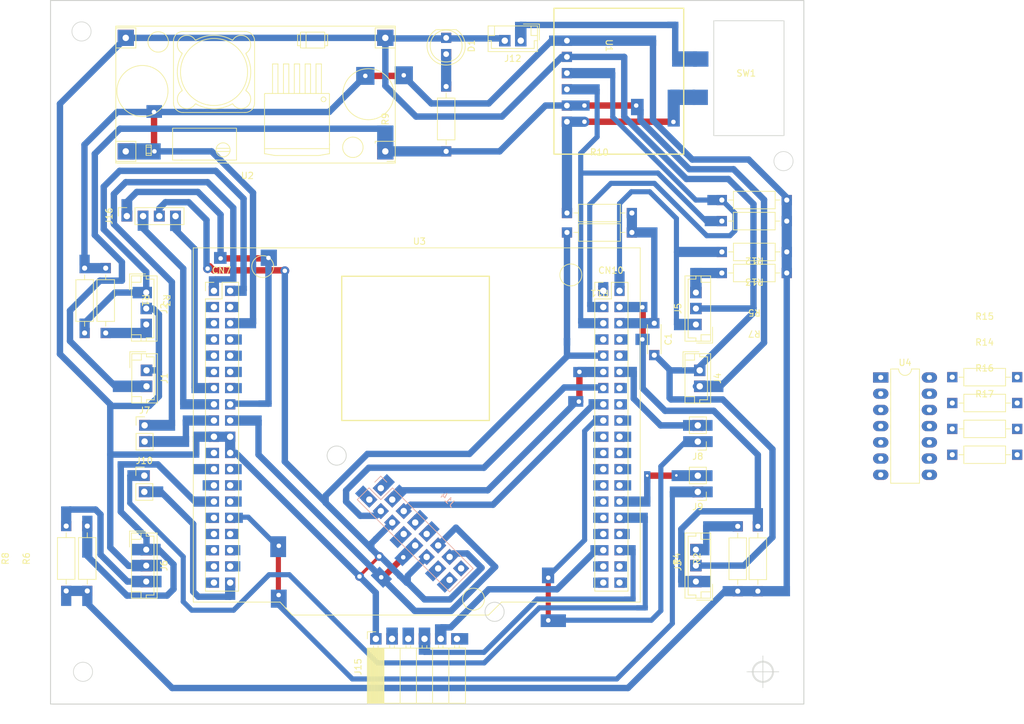
<source format=kicad_pcb>
(kicad_pcb (version 20211014) (generator pcbnew)
  (layers (0 "F.Cu" signal) (31 "B.Cu" signal) (34 "B.Paste" user) (35 "F.Paste" user) (36 "B.SilkS" user "B.Silkscreen") (37 "F.SilkS" user "F.Silkscreen") (38 "B.Mask" user) (39 "F.Mask" user) (44 "Edge.Cuts" user))
  (net 0 "")
  (net 1 "Vbat")
  (net 2 "GND")
  (net 3 "Net-(D1-Pad2)")
  (net 4 "+12V")
  (net 5 "MOTOR1_ENCODER")
  (net 6 "MOTOR3_ENCODER")
  (net 7 "MOTOR2_ENCODER")
  (net 8 "MOTOR4_ENCODER")
  (net 9 "MOTOR1_PWMN")
  (net 10 "MOTOR1_PWM")
  (net 11 "MOTOR2_PWMN")
  (net 12 "MOTOR2_PWM")
  (net 13 "MOTOR3_PWMN")
  (net 14 "MOTOR3_PWM")
  (net 15 "MOTOR4_PWMN")
  (net 16 "MOTOR4_PWM")
  (net 17 "+5V")
  (net 18 "Net-(J12-Pad1)")
  (net 19 "I2C_SDA")
  (net 20 "SPI_MISO")
  (net 21 "SPI_MOSI")
  (net 22 "SPI_SCLK")
  (net 33 "UART_TX")
  (net 34 "UART_RX")
  (net 36 "Net-(R10-Pad1)")
  (net 37 "I2C_SCL")
  (net 38 "SWDIO")
  (net 39 "SWCLK")
  (net 63 "+3V3")
  (net 87 "Net-(J6-Pad3)")
  (net 88 "Net-(J2-Pad3)")
  (net 90 "Net-(J3-Pad3)")
  (net 91 "Net-(J5-Pad3)")
  (net 92 "Net-(J2-Pad1)")
  (net 93 "Net-(J3-Pad1)")
  (net 94 "Net-(J5-Pad1)")
  (net 95 "Net-(J6-Pad1)")
  (net 96 "Net-(R14-Pad1)")
  (net 97 "Net-(R15-Pad1)")
  (net 98 "Net-(R16-Pad1)")
  (net 99 "Net-(R17-Pad1)")
  (footprint "Connector_PinSocket_2.54mm:PinSocket_1x04_P2.54mm_Vertical" (layer "F.Cu") (at 185.22581 147.041 90)
    (fp_text reference "J16")
    (fp_text value "Conector_Programador")
  )
  (footprint "Connector_PinHeader_2.54mm:PinHeader_1x02_P2.54mm_Vertical" (layer "F.Cu") (at 187.96 187.701)
    (fp_text reference "J10")
    (fp_text value "Conector_Motor4")
  )
  (footprint "CustomLib:Nucleo_F303RE" (layer "F.Cu") (at 198.678 158.75)
    (fp_text reference "U3")
    (fp_text value "Nucleo_F303RE")
  )
  (footprint "CustomLib:R_Axial_Custom" (layer "F.Cu") (at 314.46 172.28)
    (fp_text reference "R15")
    (fp_text value "1k")
  )
  (footprint "CustomLib:R_Axial_Custom" (layer "F.Cu") (at 264.29701 149.606 180)
    (fp_text reference "R11")
    (fp_text value "R")
  )
  (footprint "LED_THT:LED_D5.0mm" (layer "F.Cu") (at 235.218 119.12 -90)
    (fp_text reference "D1")
    (fp_text value "LED")
  )
  (footprint "CustomLib:R_Axial_Custom" (layer "F.Cu") (at 288.544 144.526 180)
    (fp_text reference "R12")
    (fp_text value "4K7")
  )
  (footprint "Connector_PinHeader_2.54mm:PinHeader_1x02_P2.54mm_Vertical" (layer "F.Cu") (at 274.62 190.256 180)
    (fp_text reference "J9")
    (fp_text value "Conector_Motor3")
  )
  (footprint "Capacitor_THT:C_Disc_D4.3mm_W1.9mm_P5.00mm" (layer "F.Cu") (at 267.80581 163.83 -90)
    (fp_text reference "C1")
    (fp_text value "100n")
  )
  (footprint "CustomLib:SW_SPST" (layer "F.Cu") (at 277.116 116.4338)
    (fp_text reference "SW1")
    (fp_text value "SW_SPST")
    (fp_rect (start 0 0) (end 11 18) (layer "Edge.Cuts") (width 0.12) (fill none))
  )
  (footprint "CustomLib:R_Axial_Custom" (layer "F.Cu") (at 314.46 176.33)
    (fp_text reference "R14")
    (fp_text value "1k")
  )
  (footprint "Package_DIP:DIP-14_W7.62mm_LongPads" (layer "F.Cu") (at 303.26 172.33)
    (fp_text reference "U4")
    (fp_text value "40106")
  )
  (footprint "CustomLib:R_Axial_Custom" (layer "F.Cu") (at 314.46 184.43)
    (fp_text reference "R17")
    (fp_text value "1k")
  )
  (footprint "Connector_JST:JST_EH_B2B-EH-A_1x02_P2.50mm_Vertical" (layer "F.Cu") (at 274.92 171.21 -90)
    (fp_text reference "J4")
    (fp_text value "Conector_Alim_PuenteH2")
  )
  (footprint "Connector_JST:JST_EH_B3B-EH-A_1x03_P2.50mm_Vertical" (layer "F.Cu") (at 188.26 199.3 -90)
    (fp_text reference "J6")
    (fp_text value "Conector_Encoder4")
  )
  (footprint "Connector_PinHeader_2.54mm:PinHeader_1x02_P2.54mm_Vertical" (layer "F.Cu") (at 274.62 182.377 180)
    (fp_text reference "J8")
    (fp_text value "Conector_Motor2")
  )
  (footprint "CustomLib:R_Axial_Custom" (layer "F.Cu") (at 288.55 152.654 180)
    (fp_text reference "R5")
    (fp_text value "10k")
  )
  (footprint "CustomLib:R_Axial_Custom" (layer "F.Cu") (at 288.544 155.956 180)
    (fp_text reference "R7")
    (fp_text value "220")
  )
  (footprint "CustomLib:R_Axial_Custom" (layer "F.Cu") (at 181.91381 155.194 -90)
    (fp_text reference "R3")
    (fp_text value "220")
  )
  (footprint "CustomLib:R_Axial_Custom" (layer "F.Cu") (at 314.46 180.38)
    (fp_text reference "R16")
    (fp_text value "1k")
  )
  (footprint "CustomLib:R_Axial_Custom" (layer "F.Cu") (at 280.87221 205.807 90)
    (fp_text reference "R4")
    (fp_text value "220")
  )
  (footprint "CustomLib:R_Axial_Custom" (layer "F.Cu") (at 175.728905 205.767905 90)
    (fp_text reference "R8")
    (fp_text value "220")
  )
  (footprint "CustomLib:R_Axial_Custom" (layer "F.Cu") (at 178.61181 155.194 -90)
    (fp_text reference "R1")
    (fp_text value "10k")
  )
  (footprint "CustomLib:R_Axial_Custom" (layer "F.Cu") (at 254.13701 146.558)
    (fp_text reference "R10")
    (fp_text value "R")
  )
  (footprint "Connector_JST:JST_EH_B3B-EH-A_1x03_P2.50mm_Vertical" (layer "F.Cu") (at 274.32 204.3 90)
    (fp_text reference "J3")
    (fp_text value "Conector_Encoder3")
  )
  (footprint "CustomLib:R_Axial_Custom" (layer "F.Cu") (at 288.544 147.828 180)
    (fp_text reference "R13")
    (fp_text value "4K7")
  )
  (footprint "Connector_JST:JST_EH_B2B-EH-A_1x02_P2.50mm_Vertical" (layer "F.Cu") (at 188.306 171.211 -90)
    (fp_text reference "J1")
    (fp_text value "Conector_Alim_PuenteH1")
  )
  (footprint "Connector_JST:JST_EH_B2B-EH-A_1x02_P2.50mm_Vertical" (layer "F.Cu") (at 246.9 119.56 180)
    (fp_text reference "J12")
    (fp_text value "Conector_Baterias")
  )
  (footprint "CustomLib:INA219_Module" (layer "F.Cu") (at 254.127 119.56 -90)
    (fp_text reference "U1")
    (fp_text value "INA219_Module")
  )
  (footprint "Connector_JST:JST_EH_B3B-EH-A_1x03_P2.50mm_Vertical" (layer "F.Cu") (at 274.32 164.024 90)
    (fp_text reference "J5")
    (fp_text value "Conector_Encoder2")
  )
  (footprint "CustomLib:R_Axial_Custom" (layer "F.Cu") (at 235.218 136.9 90)
    (fp_text reference "R9")
    (fp_text value "860")
  )
  (footprint "Connector_PinSocket_2.54mm:PinSocket_1x06_P2.54mm_Horizontal" (layer "F.Cu") (at 224.206905 213.278 90)
    (fp_text reference "J15")
    (fp_text value "Conector_ConversorUSB")
  )
  (footprint "CustomLib:R_Axial_Custom" (layer "F.Cu") (at 284.02181 205.807 90)
    (fp_text reference "R2")
    (fp_text value "10k")
  )
  (footprint "Connector_PinHeader_2.54mm:PinHeader_1x02_P2.54mm_Vertical" (layer "F.Cu") (at 188.006 179.822)
    (fp_text reference "J7")
    (fp_text value "Conector_Motor1")
  )
  (footprint "CustomLib:DCDC_StepDown_LM2596" (layer "F.Cu") (at 225.693 136.9 180)
    (fp_text reference "U2")
    (fp_text value "LM2596_Module")
  )
  (footprint "CustomLib:R_Axial_Custom" (layer "F.Cu") (at 179.030905 205.767905 90)
    (fp_text reference "R6")
    (fp_text value "10k")
  )
  (footprint "Connector_JST:JST_EH_B3B-EH-A_1x03_P2.50mm_Vertical" (layer "F.Cu") (at 188.26 159.019 -90)
    (fp_text reference "J2")
    (fp_text value "Conector_Encoder1")
  )
  (footprint "CustomLib:Conector_IMU" (layer "B.Cu") (at 237.675655 202.14623 135)
    (fp_text reference "J14")
    (fp_text value "Conector_IMU")
    (fp_circle (center 26.2904 -1.4224) (end 27.7904 -1.4224) (layer "Edge.Cuts") (width 0.12) (fill none))
    (fp_circle (center -8.5 -1.25) (end -7 -1.25) (layer "Edge.Cuts") (width 0.12) (fill none))
  )
  (gr_poly (pts (xy 193.56 175.73) (xy 193.56 177.324279) (xy 198.35799 177.324279) (xy 198.35799 175.73)) (layer "B.Cu") (width 0) (fill solid))
  (gr_poly (pts (xy 225.85 212.75) (xy 227.654279 212.75) (xy 227.654279 211.50201) (xy 225.85 211.50201)) (layer "B.Cu") (width 0) (fill solid))
  (gr_poly (pts (xy 201.95201 193.515721) (xy 201.95201 195.11) (xy 203.39 195.11) (xy 203.39 193.515721)) (layer "B.Cu") (width 0) (fill solid))
  (gr_poly (pts (xy 188.77 198.39) (xy 188.77 200.194279) (xy 190.51799 200.194279) (xy 190.51799 198.39)) (layer "B.Cu") (width 0) (fill solid))
  (gr_poly (pts (xy 276.11 143.73) (xy 276.11 145.324279) (xy 277.94799 145.324279) (xy 277.94799 143.73)) (layer "B.Cu") (width 0) (fill solid))
  (gr_poly (pts (xy 262.88201 183.355721) (xy 262.88201 184.95) (xy 264.19 184.95) (xy 264.19 183.355721)) (layer "B.Cu") (width 0) (fill solid))
  (gr_poly (pts (xy 201.92 196.05) (xy 201.92 197.644279) (xy 202.75799 197.644279) (xy 202.75799 196.05)) (layer "B.Cu") (width 0) (fill solid))
  (gr_poly (pts (xy 254.57 123.845721) (xy 254.57 125.44) (xy 261.68799 125.44) (xy 261.68799 123.845721)) (layer "B.Cu") (width 0) (fill solid))
  (gr_poly (pts (xy 188.48 191.08799) (xy 190.924279 191.08799) (xy 190.924279 189.39) (xy 188.48 189.39)) (layer "B.Cu") (width 0) (fill solid))
  (gr_poly (pts (xy 197.49201 203.675721) (xy 197.49201 205.27) (xy 198.33 205.27) (xy 198.33 203.675721)) (layer "B.Cu") (width 0) (fill solid))
  (gr_poly (pts (xy 183.78 185.45) (xy 183.78 186.454279) (xy 186.58799 186.454279) (xy 186.58799 185.45)) (layer "B.Cu") (width 0) (fill solid))
  (gr_poly (pts (xy 191.995721 149.37799) (xy 193.7 149.37799) (xy 193.7 147.51) (xy 191.995721 147.51)) (layer "B.Cu") (width 0) (fill solid))
  (gr_poly (pts (xy 272.305721 180.68799) (xy 274.1 180.68799) (xy 274.1 178.99) (xy 272.305721 178.99)) (layer "B.Cu") (width 0) (fill solid))
  (gr_poly (pts (xy 283.22 195.35) (xy 284.824279 195.35) (xy 284.824279 192.79201) (xy 283.22 192.79201)) (layer "B.Cu") (width 0) (fill solid))
  (gr_poly (pts (xy 186 198.39) (xy 186 200.194279) (xy 187.74799 200.194279) (xy 187.74799 198.39)) (layer "B.Cu") (width 0) (fill solid))
  (gr_poly (pts (xy 255.89201 163.03) (xy 255.89201 164.624279) (xy 259.33 164.624279) (xy 259.33 163.03)) (layer "B.Cu") (width 0) (fill solid))
  (gr_poly (pts (xy 258.24201 180.815721) (xy 258.24201 182.41) (xy 259.31 182.41) (xy 259.31 180.815721)) (layer "B.Cu") (width 0) (fill solid))
  (gr_poly (pts (xy 197.478629 183.345721) (xy 197.478629 184.95) (xy 198.346619 184.95) (xy 198.346619 183.345721)) (layer "B.Cu") (width 0) (fill solid))
  (gr_poly (pts (xy 233.465721 212.74799) (xy 235.27 212.74799) (xy 235.27 210.99) (xy 233.465721 210.99)) (layer "B.Cu") (width 0) (fill solid))
  (gr_poly (pts (xy 251.33 118.745721) (xy 251.33 120.37) (xy 268.09799 120.37) (xy 268.09799 118.745721)) (layer "B.Cu") (width 0) (fill solid))
  (gr_poly (pts (xy 262.88201 178.275721) (xy 262.88201 179.87) (xy 264.19 179.87) (xy 264.19 178.275721)) (layer "B.Cu") (width 0) (fill solid))
  (gr_poly (pts (xy 258.24201 196.055721) (xy 258.24201 197.65) (xy 259.31 197.65) (xy 259.31 196.055721)) (layer "B.Cu") (width 0) (fill solid))
  (gr_poly (pts (xy 284.47 205.005721) (xy 284.47 206.61) (xy 289.05799 206.61) (xy 289.05799 205.005721)) (layer "B.Cu") (width 0) (fill solid))
  (gr_poly (pts (xy 254.59201 128.925721) (xy 254.59201 130.52) (xy 257.68 130.52) (xy 257.68 128.925721)) (layer "B.Cu") (width 0) (fill solid))
  (gr_poly (pts (xy 262.86201 175.735721) (xy 262.86201 177.33) (xy 263.53 177.33) (xy 263.53 175.735721)) (layer "B.Cu") (width 0) (fill solid))
  (gr_poly (pts (xy 262.87201 190.97) (xy 262.87201 192.564279) (xy 267.2 192.564279) (xy 267.2 190.97)) (layer "B.Cu") (width 0) (fill solid))
  (gr_poly (pts (xy 188.52 183.20799) (xy 194.984279 183.20799) (xy 194.984279 181.51) (xy 188.52 181.51)) (layer "B.Cu") (width 0) (fill solid))
  (gr_poly (pts (xy 258.22201 178.27) (xy 258.22201 179.864279) (xy 259.29 179.864279) (xy 259.29 178.27)) (layer "B.Cu") (width 0) (fill solid))
  (gr_poly (pts (xy 229.222258 198.515) (xy 227.101293 200.635965) (xy 228.372664 201.907336) (xy 230.493629 199.786371)) (layer "B.Cu") (width 0) (fill solid))
  (gr_poly (pts (xy 258.24201 203.675721) (xy 258.24201 205.27) (xy 259.31 205.27) (xy 259.31 203.675721)) (layer "B.Cu") (width 0) (fill solid))
  (gr_poly (pts (xy 197.54 160.49) (xy 197.54 162.084279) (xy 198.37799 162.084279) (xy 198.37799 160.49)) (layer "B.Cu") (width 0) (fill solid))
  (gr_poly (pts (xy 258.45 165.58) (xy 258.45 167.174279) (xy 259.28799 167.174279) (xy 259.28799 165.58)) (layer "B.Cu") (width 0) (fill solid))
  (gr_poly (pts (xy 197.47 170.64) (xy 197.47 172.234279) (xy 198.30799 172.234279) (xy 198.30799 170.64)) (layer "B.Cu") (width 0) (fill solid))
  (gr_poly (pts (xy 275.45 194.85) (xy 275.45 196.444279) (xy 280.40799 196.444279) (xy 280.40799 194.85)) (layer "B.Cu") (width 0) (fill solid))
  (gr_poly (pts (xy 277.984279 151.85201) (xy 271.31 151.85201) (xy 271.31 153.45) (xy 277.984279 153.45)) (layer "B.Cu") (width 0) (fill solid))
  (gr_poly (pts (xy 183.03 174.60799) (xy 187.864279 174.60799) (xy 187.864279 172.81) (xy 183.03 172.81)) (layer "B.Cu") (width 0) (fill solid))
  (gr_poly (pts (xy 275.155721 183.22799) (xy 276.95 183.22799) (xy 276.95 181.52) (xy 275.155721 181.52)) (layer "B.Cu") (width 0) (fill solid))
  (gr_poly (pts (xy 262.88201 188.435721) (xy 262.88201 190.03) (xy 264.19 190.03) (xy 264.19 188.435721)) (layer "B.Cu") (width 0) (fill solid))
  (gr_poly (pts (xy 270.515721 188.56799) (xy 274.09 188.56799) (xy 274.09 186.86) (xy 270.515721 186.86)) (layer "B.Cu") (width 0) (fill solid))
  (gr_poly (pts (xy 267.2 188.79) (xy 267.2 187.005721) (xy 266.20201 187.005721) (xy 266.20201 188.79)) (layer "B.Cu") (width 0) (fill solid))
  (gr_poly (pts (xy 200.595721 207.17) (xy 202.2 207.17) (xy 202.2 204.92201) (xy 200.595721 204.92201)) (layer "B.Cu") (width 0) (fill solid))
  (gr_poly (pts (xy 227.538629 196.618629) (xy 226.347664 197.809594) (xy 227.619035 199.080965) (xy 228.81 197.89)) (layer "B.Cu") (width 0) (fill solid))
  (gr_poly (pts (xy 270.59 121.225721) (xy 270.59 123.63) (xy 274.49799 123.63) (xy 274.49799 121.225721)) (layer "B.Cu") (width 0) (fill solid))
  (gr_poly (pts (xy 258.24201 193.515721) (xy 258.24201 195.11) (xy 259.31 195.11) (xy 259.31 193.515721)) (layer "B.Cu") (width 0) (fill solid))
  (gr_poly (pts (xy 188.54 180.66799) (xy 192.784279 180.66799) (xy 192.784279 178.97) (xy 188.54 178.97)) (layer "B.Cu") (width 0) (fill solid))
  (gr_poly (pts (xy 186.074279 144.38201) (xy 184.38 144.38201) (xy 184.38 146.62) (xy 186.074279 146.62)) (layer "B.Cu") (width 0) (fill solid))
  (gr_poly (pts (xy 262.90201 173.195721) (xy 262.90201 174.79) (xy 263.52 174.79) (xy 263.52 173.195721)) (layer "B.Cu") (width 0) (fill solid))
  (gr_poly (pts (xy 201.95201 165.58) (xy 201.95201 167.174279) (xy 203.23 167.174279) (xy 203.23 165.58)) (layer "B.Cu") (width 0) (fill solid))
  (gr_poly (pts (xy 275.135721 188.56799) (xy 276.93 188.56799) (xy 276.93 186.86) (xy 275.135721 186.86)) (layer "B.Cu") (width 0) (fill solid))
  (gr_poly (pts (xy 258.24201 185.895721) (xy 258.24201 187.49) (xy 259.31 187.49) (xy 259.31 185.895721)) (layer "B.Cu") (width 0) (fill solid))
  (gr_poly (pts (xy 224.41 132.845721) (xy 224.41 136.15) (xy 226.96799 136.15) (xy 226.96799 132.845721)) (layer "B.Cu") (width 0) (fill solid))
  (gr_poly (pts (xy 232.937258 194.81) (xy 231.991293 195.755965) (xy 233.262664 197.027336) (xy 234.208629 196.081371)) (layer "B.Cu") (width 0) (fill solid))
  (gr_poly (pts (xy 264.155721 131.23799) (xy 266.14 131.23799) (xy 266.14 128.67) (xy 264.155721 128.67)) (layer "B.Cu") (width 0) (fill solid))
  (gr_poly (pts (xy 225.928629 187.448629) (xy 224.737664 188.639594) (xy 226.009035 189.910965) (xy 227.2 188.72)) (layer "B.Cu") (width 0) (fill solid))
  (gr_poly (pts (xy 201.95201 173.2) (xy 201.95201 174.794279) (xy 203.23 174.794279) (xy 203.23 173.2)) (layer "B.Cu") (width 0) (fill solid))
  (gr_poly (pts (xy 201.92 157.95) (xy 201.92 159.544279) (xy 203.99799 159.544279) (xy 203.99799 157.95)) (layer "B.Cu") (width 0) (fill solid))
  (gr_poly (pts (xy 269.83201 116.59) (xy 269.83201 117.574279) (xy 271.58 117.574279) (xy 271.58 116.59)) (layer "B.Cu") (width 0) (fill solid))
  (gr_poly (pts (xy 258.24201 188.435721) (xy 258.24201 190.03) (xy 259.31 190.03) (xy 259.31 188.435721)) (layer "B.Cu") (width 0) (fill solid))
  (gr_poly (pts (xy 253.97799 211.43) (xy 253.97799 209.435721) (xy 250.02 209.435721) (xy 250.02 211.43)) (layer "B.Cu") (width 0) (fill solid))
  (gr_poly (pts (xy 271.55201 203.41) (xy 271.55201 205.204279) (xy 273.74 205.204279) (xy 273.74 203.41)) (layer "B.Cu") (width 0) (fill solid))
  (gr_poly (pts (xy 201.9 163.03) (xy 201.9 164.624279) (xy 205.46799 164.624279) (xy 205.46799 163.03)) (layer "B.Cu") (width 0) (fill solid))
  (gr_poly (pts (xy 230.925721 215.77) (xy 232.73 215.77) (xy 232.73 213.74201) (xy 230.925721 213.74201)) (layer "B.Cu") (width 0) (fill solid))
  (gr_poly (pts (xy 178.235721 208.13) (xy 179.84 208.13) (xy 179.84 206.43201) (xy 178.235721 206.43201)) (layer "B.Cu") (width 0) (fill solid))
  (gr_poly (pts (xy 197.54 163.03) (xy 197.54 164.624279) (xy 198.37799 164.624279) (xy 198.37799 163.03)) (layer "B.Cu") (width 0) (fill solid))
  (gr_poly (pts (xy 257.51201 175.72) (xy 257.51201 177.314279) (xy 259.31 177.314279) (xy 259.31 175.72)) (layer "B.Cu") (width 0) (fill solid))
  (gr_poly (pts (xy 201.94201 188.43) (xy 201.94201 190.024279) (xy 203.21 190.024279) (xy 203.21 188.43)) (layer "B.Cu") (width 0) (fill solid))
  (gr_poly (pts (xy 188.96 200.89) (xy 188.96 202.694279) (xy 190.70799 202.694279) (xy 190.70799 200.89)) (layer "B.Cu") (width 0) (fill solid))
  (gr_poly (pts (xy 195.58 185.885721) (xy 195.58 187.49) (xy 198.35799 187.49) (xy 198.35799 185.885721)) (layer "B.Cu") (width 0) (fill solid))
  (gr_poly (pts (xy 193.98 178.27) (xy 193.98 179.864279) (xy 198.35799 179.864279) (xy 198.35799 178.27)) (layer "B.Cu") (width 0) (fill solid))
  (gr_poly (pts (xy 227.147861 126.383995) (xy 230.01214 126.383995) (xy 230.01214 123.576005) (xy 227.147861 123.576005)) (layer "B.Cu") (width 0) (fill solid))
  (gr_poly (pts (xy 178.225721 200.55) (xy 179.83 200.55) (xy 179.83 196.04201) (xy 178.225721 196.04201)) (layer "B.Cu") (width 0) (fill solid))
  (gr_poly (pts (xy 262.91201 201.135721) (xy 262.91201 202.73) (xy 263.53 202.73) (xy 263.53 201.135721)) (layer "B.Cu") (width 0) (fill solid))
  (gr_poly (pts (xy 261.565721 158.25799) (xy 263.16 158.25799) (xy 263.16 155.7) (xy 261.565721 155.7)) (layer "B.Cu") (width 0) (fill solid))
  (gr_poly (pts (xy 273.81 164.924279) (xy 273.81 163.13) (xy 270.88201 163.13) (xy 270.88201 164.924279)) (layer "B.Cu") (width 0) (fill solid))
  (gr_poly (pts (xy 262.88 168.11) (xy 262.88 169.704279) (xy 263.71799 169.704279) (xy 263.71799 168.11)) (layer "B.Cu") (width 0) (fill solid))
  (gr_poly (pts (xy 262.86201 193.51) (xy 262.86201 195.104279) (xy 266.79 195.104279) (xy 266.79 193.51)) (layer "B.Cu") (width 0) (fill solid))
  (gr_poly (pts (xy 197.54 165.57) (xy 197.54 167.164279) (xy 198.37799 167.164279) (xy 198.37799 165.57)) (layer "B.Cu") (width 0) (fill solid))
  (gr_poly (pts (xy 197.49201 201.135721) (xy 197.49201 202.73) (xy 198.33 202.73) (xy 198.33 201.135721)) (layer "B.Cu") (width 0) (fill solid))
  (gr_poly (pts (xy 197.49201 193.515721) (xy 197.49201 195.11) (xy 198.33 195.11) (xy 198.33 193.515721)) (layer "B.Cu") (width 0) (fill solid))
  (gr_poly (pts (xy 274.84201 172.82) (xy 274.84201 174.614279) (xy 278.63 174.614279) (xy 278.63 172.82)) (layer "B.Cu") (width 0) (fill solid))
  (gr_poly (pts (xy 272.325721 183.23) (xy 274.12 183.23) (xy 274.12 181.52201) (xy 272.325721 181.52201)) (layer "B.Cu") (width 0) (fill solid))
  (gr_poly (pts (xy 273.425721 158.61799) (xy 275.22 158.61799) (xy 275.22 155.16) (xy 273.425721 155.16)) (layer "B.Cu") (width 0) (fill solid))
  (gr_poly (pts (xy 262.86201 160.49) (xy 262.86201 162.084279) (xy 266.73 162.084279) (xy 266.73 160.49)) (layer "B.Cu") (width 0) (fill solid))
  (gr_poly (pts (xy 190.524279 135.63201) (xy 185.66 135.63201) (xy 185.66 138.18) (xy 190.524279 138.18)) (layer "B.Cu") (width 0) (fill solid))
  (gr_poly (pts (xy 221.13 126.476795) (xy 223.994279 126.476795) (xy 223.994279 123.668805) (xy 221.13 123.668805)) (layer "B.Cu") (width 0) (fill solid))
  (gr_poly (pts (xy 206.18201 152.295721) (xy 206.18201 154.85) (xy 208.72 154.85) (xy 208.72 152.295721)) (layer "B.Cu") (width 0) (fill solid))
  (gr_poly (pts (xy 185.96 200.9) (xy 185.96 202.704279) (xy 187.70799 202.704279) (xy 187.70799 200.9)) (layer "B.Cu") (width 0) (fill solid))
  (gr_poly (pts (xy 195.59 190.965721) (xy 195.59 192.57) (xy 198.34799 192.57) (xy 198.34799 190.965721)) (layer "B.Cu") (width 0) (fill solid))
  (gr_poly (pts (xy 201.95201 170.66) (xy 201.95201 172.254279) (xy 203.23 172.254279) (xy 203.23 170.66)) (layer "B.Cu") (width 0) (fill solid))
  (gr_poly (pts (xy 174.925721 195.2) (xy 176.53 195.2) (xy 176.53 192.52201) (xy 174.925721 192.52201)) (layer "B.Cu") (width 0) (fill solid))
  (gr_rect (start 188.29 129.65) (end 190.73 131.65) (layer "B.Cu") (width 0) (fill solid))
  (gr_poly (pts (xy 195.568629 180.805721) (xy 195.568629 182.41) (xy 198.376619 182.41) (xy 198.376619 180.805721)) (layer "B.Cu") (width 0) (fill solid))
  (gr_poly (pts (xy 197.54 168.11) (xy 197.54 169.704279) (xy 198.37799 169.704279) (xy 198.37799 168.11)) (layer "B.Cu") (width 0) (fill solid))
  (gr_poly (pts (xy 245.995721 119.02) (xy 247.8 119.02) (xy 247.8 116.60201) (xy 245.995721 116.60201)) (layer "B.Cu") (width 0) (fill solid))
  (gr_poly (pts (xy 238.67799 214.184279) (xy 238.67799 212.38) (xy 237.43 212.38) (xy 237.43 214.184279)) (layer "B.Cu") (width 0) (fill solid))
  (gr_poly (pts (xy 201.92 201.12) (xy 201.92 202.714279) (xy 202.98799 202.714279) (xy 202.98799 201.12)) (layer "B.Cu") (width 0) (fill solid))
  (gr_poly (pts (xy 198.87201 152.665721) (xy 198.87201 154.52) (xy 200.84 154.52) (xy 200.84 152.665721)) (layer "B.Cu") (width 0) (fill solid))
  (gr_poly (pts (xy 197.49201 198.595721) (xy 197.49201 200.19) (xy 198.33 200.19) (xy 198.33 198.595721)) (layer "B.Cu") (width 0) (fill solid))
  (gr_poly (pts (xy 197.09 188.43) (xy 197.09 190.024279) (xy 198.20799 190.024279) (xy 198.20799 188.43)) (layer "B.Cu") (width 0) (fill solid))
  (gr_poly (pts (xy 224.790965 201.949035) (xy 223.4 203.34) (xy 225.356371 205.296371) (xy 226.747336 203.905406)) (layer "B.Cu") (width 0) (fill solid))
  (gr_poly (pts (xy 228.385721 212.75799) (xy 230.19 212.75799) (xy 230.19 211.51) (xy 228.385721 211.51)) (layer "B.Cu") (width 0) (fill solid))
  (gr_poly (pts (xy 223.411371 190.418629) (xy 222.220406 189.227664) (xy 220.949035 190.499035) (xy 222.14 191.69)) (layer "B.Cu") (width 0) (fill solid))
  (gr_poly (pts (xy 258.24201 190.975721) (xy 258.24201 192.57) (xy 259.31 192.57) (xy 259.31 190.975721)) (layer "B.Cu") (width 0) (fill solid))
  (gr_poly (pts (xy 201.94201 190.97) (xy 201.94201 192.564279) (xy 203.21 192.564279) (xy 203.21 190.97)) (layer "B.Cu") (width 0) (fill solid))
  (gr_poly (pts (xy 188.604279 147.47201) (xy 186.92 147.47201) (xy 186.92 149.34) (xy 188.604279 149.34)) (layer "B.Cu") (width 0) (fill solid))
  (gr_poly (pts (xy 207.68201 197.205721) (xy 207.68201 200.47) (xy 210.16 200.47) (xy 210.16 197.205721)) (layer "B.Cu") (width 0) (fill solid))
  (gr_poly (pts (xy 262.88 165.57) (xy 262.88 167.164279) (xy 263.71799 167.164279) (xy 263.71799 165.57)) (layer "B.Cu") (width 0) (fill solid))
  (gr_poly (pts (xy 201.94201 185.89) (xy 201.94201 187.484279) (xy 203.21 187.484279) (xy 203.21 185.89)) (layer "B.Cu") (width 0) (fill solid))
  (gr_poly (pts (xy 270.31 127.235721) (xy 270.31 129.63) (xy 274.19799 129.63) (xy 274.19799 127.235721)) (layer "B.Cu") (width 0) (fill solid))
  (gr_poly (pts (xy 264.85201 165.47) (xy 264.85201 167.234279) (xy 267.07 167.234279) (xy 267.07 165.47)) (layer "B.Cu") (width 0) (fill solid))
  (gr_poly (pts (xy 189.15799 166.154279) (xy 189.15799 164.55) (xy 182.37 164.55) (xy 182.37 166.154279)) (layer "B.Cu") (width 0) (fill solid))
  (gr_poly (pts (xy 257.80201 198.59) (xy 257.80201 200.184279) (xy 259.31 200.184279) (xy 259.31 198.59)) (layer "B.Cu") (width 0) (fill solid))
  (gr_poly (pts (xy 250.215721 204.57) (xy 252.13 204.57) (xy 252.13 202.10201) (xy 250.215721 202.10201)) (layer "B.Cu") (width 0) (fill solid))
  (gr_poly (pts (xy 187.744279 158.12201) (xy 186.14 158.12201) (xy 186.14 159.93) (xy 187.744279 159.93)) (layer "B.Cu") (width 0) (fill solid))
  (gr_poly (pts (xy 274.94 203.4) (xy 274.94 205.194279) (xy 276.68799 205.194279) (xy 276.68799 203.4)) (layer "B.Cu") (width 0) (fill solid))
  (gr_poly (pts (xy 227.888629 189.078629) (xy 226.517664 190.449594) (xy 227.789035 191.720965) (xy 229.16 190.35)) (layer "B.Cu") (width 0) (fill solid))
  (gr_poly (pts (xy 254.32201 175.235721) (xy 254.32201 176.91) (xy 256.69 176.91) (xy 256.69 175.235721)) (layer "B.Cu") (width 0) (fill solid))
  (gr_poly (pts (xy 257.30201 160.49) (xy 257.30201 162.084279) (xy 259.3 162.084279) (xy 259.3 160.49)) (layer "B.Cu") (width 0) (fill solid))
  (gr_poly (pts (xy 264.72 148.805721) (xy 264.72 150.4) (xy 268.30799 150.4) (xy 268.30799 148.805721)) (layer "B.Cu") (width 0) (fill solid))
  (gr_poly (pts (xy 195.34 173.19) (xy 195.34 174.784279) (xy 198.32799 174.784279) (xy 198.32799 173.19)) (layer "B.Cu") (width 0) (fill solid))
  (gr_poly (pts (xy 207.77201 205.565721) (xy 207.77201 208.4) (xy 210.25 208.4) (xy 210.25 205.565721)) (layer "B.Cu") (width 0) (fill solid))
  (gr_poly (pts (xy 198.06 158.28) (xy 199.654279 158.28) (xy 199.654279 156.47201) (xy 198.06 156.47201)) (layer "B.Cu") (width 0) (fill solid))
  (gr_poly (pts (xy 270.235721 191.10799) (xy 274.11 191.10799) (xy 274.11 189.4) (xy 270.235721 189.4)) (layer "B.Cu") (width 0) (fill solid))
  (gr_poly (pts (xy 258.24201 201.135721) (xy 258.24201 202.73) (xy 259.31 202.73) (xy 259.31 201.135721)) (layer "B.Cu") (width 0) (fill solid))
  (gr_poly (pts (xy 264.985721 208.82) (xy 266.79 208.82) (xy 266.79 208.02201) (xy 264.985721 208.02201)) (layer "B.Cu") (width 0) (fill solid))
  (gr_poly (pts (xy 262.88201 185.895721) (xy 262.88201 187.49) (xy 264.19 187.49) (xy 264.19 185.895721)) (layer "B.Cu") (width 0) (fill solid))
  (gr_poly (pts (xy 278.51 205.005721) (xy 278.51 206.61) (xy 280.43799 206.61) (xy 280.43799 205.005721)) (layer "B.Cu") (width 0) (fill solid))
  (gr_poly (pts (xy 262.85 170.655721) (xy 262.85 172.25) (xy 265.08799 172.25) (xy 265.08799 170.655721)) (layer "B.Cu") (width 0) (fill solid))
  (gr_poly (pts (xy 201.92 160.49) (xy 201.92 162.084279) (xy 202.75799 162.084279) (xy 202.75799 160.49)) (layer "B.Cu") (width 0) (fill solid))
  (gr_poly (pts (xy 234.928629 203.598629) (xy 233.737664 204.789594) (xy 235.009035 206.060965) (xy 236.2 204.87)) (layer "B.Cu") (width 0) (fill solid))
  (gr_poly (pts (xy 262.88201 180.815721) (xy 262.88201 182.41) (xy 264.19 182.41) (xy 264.19 180.815721)) (layer "B.Cu") (width 0) (fill solid))
  (gr_poly (pts (xy 174.925721 208.12) (xy 176.53 208.12) (xy 176.53 206.42201) (xy 174.925721 206.42201)) (layer "B.Cu") (width 0) (fill solid))
  (gr_poly (pts (xy 259.02 158.21) (xy 260.614279 158.21) (xy 260.614279 157.37201) (xy 259.02 157.37201)) (layer "B.Cu") (width 0) (fill solid))
  (gr_poly (pts (xy 258.24201 183.355721) (xy 258.24201 184.95) (xy 259.31 184.95) (xy 259.31 183.355721)) (layer "B.Cu") (width 0) (fill solid))
  (gr_poly (pts (xy 262.86201 198.59) (xy 262.86201 200.184279) (xy 264.89 200.184279) (xy 264.89 198.59)) (layer "B.Cu") (width 0) (fill solid))
  (gr_poly (pts (xy 275.155721 191.1) (xy 276.95 191.1) (xy 276.95 189.40201) (xy 275.155721 189.40201)) (layer "B.Cu") (width 0) (fill solid))
  (gr_poly (pts (xy 231.108629 193.048629) (xy 230.187664 193.969594) (xy 231.459035 195.240965) (xy 232.38 194.32)) (layer "B.Cu") (width 0) (fill solid))
  (gr_poly (pts (xy 275.7 147.03) (xy 275.7 148.624279) (xy 277.93799 148.624279) (xy 277.93799 147.03)) (layer "B.Cu") (width 0) (fill solid))
  (gr_poly (pts (xy 255.11201 170.68) (xy 255.11201 172.274279) (xy 257.18 172.274279) (xy 257.18 170.68)) (layer "B.Cu") (width 0) (fill solid))
  (gr_poly (pts (xy 262.87201 203.675721) (xy 262.87201 205.27) (xy 263.54 205.27) (xy 263.54 203.675721)) (layer "B.Cu") (width 0) (fill solid))
  (gr_poly (pts (xy 254.57201 126.385721) (xy 254.57201 127.98) (xy 259.26 127.98) (xy 259.26 126.385721)) (layer "B.Cu") (width 0) (fill solid))
  (gr_poly (pts (xy 197.49201 196.055721) (xy 197.49201 197.65) (xy 198.33 197.65) (xy 198.33 196.055721)) (layer "B.Cu") (width 0) (fill solid))
  (gr_poly (pts (xy 177.805721 154.76799) (xy 179.41 154.76799) (xy 179.41 153.09) (xy 177.805721 153.09)) (layer "B.Cu") (width 0) (fill solid))
  (gr_poly (pts (xy 274.8 198.4) (xy 274.8 200.194279) (xy 276.43799 200.194279) (xy 276.43799 198.4)) (layer "B.Cu") (width 0) (fill solid))
  (gr_poly (pts (xy 269.895721 133.01799) (xy 271.8 133.01799) (xy 271.8 127.24) (xy 269.895721 127.24)) (layer "B.Cu") (width 0) (fill solid))
  (gr_poly (pts (xy 205.82201 175.925721) (xy 205.82201 176.92) (xy 207.9 176.92) (xy 207.9 175.925721)) (layer "B.Cu") (width 0) (fill solid))
  (gr_poly (pts (xy 262.88201 196.055721) (xy 262.88201 197.65) (xy 263.95 197.65) (xy 263.95 196.055721)) (layer "B.Cu") (width 0) (fill solid))
  (gr_poly (pts (xy 178.235721 195.19) (xy 179.84 195.19) (xy 179.84 193.98201) (xy 178.235721 193.98201)) (layer "B.Cu") (width 0) (fill solid))
  (gr_poly (pts (xy 188.91 203.4) (xy 188.91 205.204279) (xy 190.65799 205.204279) (xy 190.65799 203.4)) (layer "B.Cu") (width 0) (fill solid))
  (gr_poly (pts (xy 275.135721 180.68598) (xy 276.93 180.68598) (xy 276.93 178.98799) (xy 275.135721 178.98799)) (layer "B.Cu") (width 0) (fill solid))
  (gr_poly (pts (xy 196.57799 184.9) (xy 196.57799 182.255721) (xy 195.57 182.255721) (xy 195.57 184.9)) (layer "B.Cu") (width 0) (fill solid))
  (gr_poly (pts (xy 201.95201 168.12) (xy 201.95201 169.714279) (xy 203.23 169.714279) (xy 203.23 168.12)) (layer "B.Cu") (width 0) (fill solid))
  (gr_poly (pts (xy 201.93201 178.27) (xy 201.93201 179.874279) (xy 206.34 179.874279) (xy 206.34 178.27)) (layer "B.Cu") (width 0) (fill solid))
  (gr_poly (pts (xy 185.31 188.54799) (xy 187.454279 188.54799) (xy 187.454279 186.85) (xy 185.31 186.85)) (layer "B.Cu") (width 0) (fill solid))
  (gr_poly (pts (xy 177.805721 164.95799) (xy 179.41 164.95799) (xy 179.41 163.09) (xy 177.805721 163.09)) (layer "B.Cu") (width 0) (fill solid))
  (gr_poly (pts (xy 230.925721 212.75799) (xy 232.73 212.75799) (xy 232.73 211.51) (xy 230.925721 211.51)) (layer "B.Cu") (width 0) (fill solid))
  (gr_poly (pts (xy 186.01 203.395721) (xy 186.01 205.2) (xy 187.75799 205.2) (xy 187.75799 203.395721)) (layer "B.Cu") (width 0) (fill solid))
  (gr_poly (pts (xy 201.92 198.59) (xy 201.92 200.184279) (xy 202.98799 200.184279) (xy 202.98799 198.59)) (layer "B.Cu") (width 0) (fill solid))
  (gr_poly (pts (xy 263.075721 207.44) (xy 264.88 207.44) (xy 264.88 206.64201) (xy 263.075721 206.64201)) (layer "B.Cu") (width 0) (fill solid))
  (gr_poly (pts (xy 202.38799 157.454279) (xy 202.38799 155.86) (xy 201.55 155.86) (xy 201.55 157.454279)) (layer "B.Cu") (width 0) (fill solid))
  (gr_poly (pts (xy 232.98 201.94) (xy 231.894035 203.025965) (xy 233.165406 204.297336) (xy 234.251371 203.211371)) (layer "B.Cu") (width 0) (fill solid))
  (gr_rect (start 218.87081 156.464) (end 241.98481 179.07) (layer "F.SilkS") (width 0.2) (fill none))
  (gr_rect (start 291.21781 223.496) (end 173.27781 113.26) (layer "Edge.Cuts") (width 0.15) (fill none))
  (gr_circle (center 178.12781 118.11) (end 179.62781 118.11) (layer "Edge.Cuts") (width 0.1) (fill none))
  (gr_circle (center 284.80781 218.44) (end 286.30781 218.44) (layer "Edge.Cuts") (width 0.1) (fill none))
  (gr_circle (center 178.35781 218.44) (end 179.85781 218.44) (layer "Edge.Cuts") (width 0.1) (fill none))
  (gr_circle (center 288.036 138.43) (end 289.536 138.43) (layer "Edge.Cuts") (width 0.1) (fill none))
  (target plus (at 284.805716 218.44) (size 5) (width 0.1) (layer "Edge.Cuts"))
  (segment (start 267.556 149.606) (end 267.80581 149.85581) (width 1) (layer "B.Cu") (net 1))
  (segment (start 262.29781 163.73) (end 262.39781 163.83) (width 1) (layer "B.Cu") (net 1))
  (segment (start 262.39781 163.83) (end 267.80581 163.83) (width 1.6) (layer "B.Cu") (net 1))
  (segment (start 264.29701 149.606) (end 267.556 149.606) (width 1) (layer "B.Cu") (net 1))
  (segment (start 267.80581 149.85581) (end 267.80581 163.83) (width 1) (layer "B.Cu") (net 1))
  (segment (start 264.29701 146.558) (end 264.29701 149.606) (width 1.6) (layer "B.Cu") (net 1))
  (segment (start 198.830405 155.543268) (end 209.893268 155.543268) (width 1) (layer "F.Cu") (net 2))
  (segment (start 221.65 203.45) (end 221.65 203.5) (width 0.5) (layer "F.Cu") (net 2))
  (segment (start 198.177914 154.890777) (end 198.830405 155.543268) (width 1) (layer "F.Cu") (net 2))
  (segment (start 224.74 200.36) (end 221.65 203.45) (width 0.5) (layer "F.Cu") (net 2))
  (segment (start 209.893268 155.543268) (end 209.96 155.61) (width 1) (layer "F.Cu") (net 2))
  (via (at 221.65 203.5) (size 1.4) (drill 0.7) (layers "F.Cu" "B.Cu") (net 2))
  (via (at 209.96 155.61) (size 1.4) (drill 0.7) (layers "F.Cu" "B.Cu") (net 2))
  (via (at 224.74 200.36) (size 1.4) (drill 0.7) (layers "F.Cu" "B.Cu") (net 2))
  (via (at 197.87 155.27) (size 1.4) (drill 0.7) (layers "F.Cu" "B.Cu") (net 2))
  (segment (start 209.96 185.51) (end 216.35 191.9) (width 1) (layer "B.Cu") (net 2))
  (segment (start 231.83 207.1) (end 235.811 207.1) (width 1) (layer "B.Cu") (net 2))
  (segment (start 198.85981 181.61) (end 201.39981 181.61) (width 1.6) (layer "B.Cu") (net 2))
  (segment (start 235.811 207.1) (end 240.7595 202.1515) (width 1) (layer "B.Cu") (net 2))
  (segment (start 174.752 168.656) (end 174.752 129.448) (width 1) (layer "B.Cu") (net 2))
  (segment (start 270.19181 171.09181) (end 267.93 168.83) (width 1) (layer "B.Cu") (net 2))
  (segment (start 283.334 162.182) (end 283.334 161.414) (width 1) (layer "B.Cu") (net 2))
  (segment (start 174.752 129.448) (end 185.053 119.147) (width 1) (layer "B.Cu") (net 2))
  (segment (start 286.30781 183.56481) (end 286.30781 197.358) (width 1) (layer "B.Cu") (net 2))
  (segment (start 238.864 184.3) (end 222.9 184.3) (width 1) (layer "B.Cu") (net 2))
  (segment (start 229.05 204.47) (end 229.2 204.47) (width 1) (layer "B.Cu") (net 2))
  (segment (start 283.334 145.158) (end 283.334 161.414) (width 1) (layer "B.Cu") (net 2))
  (segment (start 254.254 168.91) (end 254.13701 169.02699) (width 1) (layer "B.Cu") (net 2))
  (segment (start 197.87 155.27) (end 197.7 155.1) (width 1) (layer "B.Cu") (net 2))
  (segment (start 228 203.42) (end 227.95 203.42) (width 1) (layer "B.Cu") (net 2))
  (segment (start 185.6718 119.12) (end 225.0742 119.12) (width 1) (layer "B.Cu") (net 2))
  (segment (start 224.74 200.36) (end 224.94 200.36) (width 1) (layer "B.Cu") (net 2))
  (segment (start 229.2 204.47) (end 231.83 207.1) (width 1) (layer "B.Cu") (net 2))
  (segment (start 223.5 198.34) (end 223.5 199.1) (width 1) (layer "B.Cu") (net 2))
  (segment (start 190.246 162.44419) (end 190.246 171.45) (width 1) (layer "B.Cu") (net 2))
  (segment (start 259.71981 168.81) (end 259.81981 168.91) (width 1) (layer "B.Cu") (net 2))
  (segment (start 182.626 176.53) (end 174.752 168.656) (width 1) (layer "B.Cu") (net 2))
  (segment (start 228 203.42) (end 229.05 204.47) (width 1) (layer "B.Cu") (net 2))
  (segment (start 201.39981 184.15) (end 202.3 184.15) (width 1) (layer "B.Cu") (net 2))
  (segment (start 278.511 175.768) (end 286.30781 183.56481) (width 1) (layer "B.Cu") (net 2))
  (segment (start 188.722 176.784) (end 182.626 176.784) (width 1) (layer "B.Cu") (net 2))
  (segment (start 201.39981 184.15) (end 201.39981 181.61) (width 1.6) (layer "B.Cu") (net 2))
  (segment (start 238.508 199.9) (end 236.301499 199.9) (width 1) (layer "B.Cu") (net 2))
  (segment (start 190.246 175.26) (end 188.722 176.784) (width 1) (layer "B.Cu") (net 2))
  (segment (start 230.505 131.445) (end 243.967 131.445) (width 1) (layer "B.Cu") (net 2))
  (segment (start 270.19181 171.216) (end 270.19181 171.09181) (width 1) (layer "B.Cu") (net 2))
  (segment (start 263.1 122.1) (end 263.1 131.486) (width 1) (layer "B.Cu") (net 2))
  (segment (start 182.626 184.404) (end 182.626 176.784) (width 1) (layer "B.Cu") (net 2))
  (segment (start 229.2 203.409396) (end 229.2 204.47) (width 1) (layer "B.Cu") (net 2))
  (segment (start 196.07 184.278) (end 196.07 181.61) (width 1) (layer "B.Cu") (net 2))
  (segment (start 194.908 144.87) (end 191.274729 144.87) (width 1) (layer "B.Cu") (net 2))
  (segment (start 274.3 171.216) (end 283.334 162.182) (width 1) (layer "B.Cu") (net 2))
  (segment (start 188.306 171.211) (end 190.007 171.211) (width 1) (layer "B.Cu") (net 2))
  (segment (start 182.626 198.966) (end 182.626 184.404) (width 1) (layer "B.Cu") (net 2))
  (segment (start 225.7 119.7458) (end 225.7 126.64) (width 1) (layer "B.Cu") (net 2))
  (segment (start 240.7595 202.1515) (end 238.508 199.9) (width 1) (layer "B.Cu") (net 2))
  (segment (start 189.32581 161.524) (end 190.246 162.44419) (width 1) (layer "B.Cu") (net 2))
  (segment (start 196.07 181.61) (end 198.85981 181.61) (width 1) (layer "B.Cu") (net 2))
  (segment (start 197.7 147.662) (end 194.908 144.87) (width 1) (layer "B.Cu") (net 2))
  (segment (start 236.301499 199.9) (end 235.759396 200.442103) (width 1) (layer "B.Cu") (net 2))
  (segment (start 243.967 131.445) (end 253.312 122.1) (width 1) (layer "B.Cu") (net 2))
  (segment (start 188.381 201.843) (end 185.503 201.843) (width 1) (layer "B.Cu") (net 2))
  (segment (start 270.19181 171.216) (end 274.3 171.216) (width 1) (layer "B.Cu") (net 2))
  (segment (start 209.96 155.61) (end 209.96 185.51) (width 1) (layer "B.Cu") (net 2))
  (segment (start 254.13701 166.2828) (end 254.13701 167.23701) (width 1) (layer "B.Cu") (net 2))
  (segment (start 267.93 168.83) (end 267.80581 168.83) (width 1) (layer "B.Cu") (net 2))
  (segment (start 270.19181 171.216) (end 270.2 171.22419) (width 1) (layer "B.Cu") (net 2))
  (segment (start 224.19 197.65) (end 223.5 198.34) (width 1) (layer "B.Cu") (net 2))
  (segment (start 195.944 184.404) (end 196.07 184.278) (width 1) (layer "B.Cu") (net 2))
  (segment (start 190.007 171.211) (end 190.246 171.45) (width 1) (layer "B.Cu") (net 2))
  (segment (start 279.4 141.224) (end 283.334 145.158) (width 1) (layer "B.Cu") (net 2))
  (segment (start 216.35 191.9) (end 216.35 191.95) (width 1) (layer "B.Cu") (net 2))
  (segment (start 185.053 119.147) (end 185.053 119.12) (width 1) (layer "B.Cu") (net 2))
  (segment (start 232.167293 200.442103) (end 229.2 203.409396) (width 1) (layer "B.Cu") (net 2))
  (segment (start 190.30581 145.838919) (end 190.30581 147.041) (width 1) (layer "B.Cu") (net 2))
  (segment (start 225.693 119.7388) (end 225.7 119.7458) (width 1) (layer "B.Cu") (net 2))
  (segment (start 281.86581 201.8) (end 274.32 201.8) (width 1) (layer "B.Cu") (net 2))
  (segment (start 263.1 131.486) (end 272.838 141.224) (width 1) (layer "B.Cu") (net 2))
  (segment (start 209.893268 155.543268) (end 209.96 155.61) (width 1) (layer "B.Cu") (net 2))
  (segment (start 244.4 119.56) (end 244.4 119.2) (width 1) (layer "B.Cu") (net 2))
  (segment (start 190.246 171.45) (end 190.246 175.26) (width 1) (layer "B.Cu") (net 2))
  (segment (start 270.43281 175.768) (end 278.511 175.768) (width 1) (layer "B.Cu") (net 2))
  (segment (start 270.2 171.22419) (end 270.2 175.53519) (width 1) (layer "B.Cu") (net 2))
  (segment (start 185.561 119.2308) (end 185.6718 119.12) (width 1) (layer "B.Cu") (net 2))
  (segment (start 259.81981 168.91) (end 254.254 168.91) (width 1) (layer "B.Cu") (net 2))
  (segment (start 182.626 184.404) (end 195.944 184.404) (width 1) (layer "B.Cu") (net 2))
  (segment (start 223.5 199.1) (end 216.35 191.95) (width 1) (layer "B.Cu") (net 2))
  (segment (start 225.7 126.64) (end 230.505 131.445) (width 1) (layer "B.Cu") (net 2))
  (segment (start 254.13701 149.606) (end 254.13701 166.2828) (width 1) (layer "B.Cu") (net 2))
  (segment (start 225.693 119.7388) (end 226.2268 119.205) (width 1) (layer "B.Cu") (net 2))
  (segment (start 244.045 119.205) (end 244.4 119.56) (width 1) (layer "B.Cu") (net 2))
  (segment (start 224.19 197.643089) (end 224.19 197.65) (width 1) (layer "B.Cu") (net 2))
  (segment (start 270.2 175.53519) (end 270.43281 175.768) (width 1) (layer "B.Cu") (net 2))
  (segment (start 224.206905 206.056905) (end 224.206905 213.278) (width 1) (layer "B.Cu") (net 2))
  (segment (start 283.224 161.524) (end 283.334 161.414) (width 1) (layer "B.Cu") (net 2))
  (segment (start 224.74 200.36) (end 223.5 199.12) (width 1) (layer "B.Cu") (net 2))
  (segment (start 272.838 141.224) (end 279.4 141.224) (width 1) (layer "B.Cu") (net 2))
  (segment (start 254.13701 166.2828) (end 254.13701 169.02699) (width 1) (layer "B.Cu") (net 2))
  (segment (start 197.7 155.1) (end 197.7 147.662) (width 1) (layer "B.Cu") (net 2))
  (segment (start 226.77914 195.053949) (end 224.19 197.643089) (width 1) (layer "B.Cu") (net 2))
  (segment (start 253.312 122.1) (end 263.1 122.1) (width 1) (layer "B.Cu") (net 2))
  (segment (start 254.13701 149.606) (end 254.04981 149.6932) (width 1) (layer "B.Cu") (net 2))
  (segment (start 216.35 191.95) (end 216.35 190.85) (width 1) (layer "B.Cu") (net 2))
  (segment (start 185.503 201.843) (end 182.626 198.966) (width 1) (layer "B.Cu") (net 2))
  (segment (start 202.3 184.15) (end 224.206905 206.056905) (width 1) (layer "B.Cu") (net 2))
  (segment (start 286.30781 197.358) (end 281.86581 201.8) (width 1) (layer "B.Cu") (net 2))
  (segment (start 223.5 199.12) (end 223.5 199.1) (width 1) (layer "B.Cu") (net 2))
  (segment (start 224.94 200.36) (end 228 203.42) (width 1) (layer "B.Cu") (net 2))
  (segment (start 222.9 184.3) (end 216.35 190.85) (width 1) (layer "B.Cu") (net 2))
  (segment (start 191.274729 144.87) (end 190.30581 145.838919) (width 1) (layer "B.Cu") (net 2))
  (segment (start 254.13701 169.02699) (end 238.864 184.3) (width 1) (layer "B.Cu") (net 2))
  (segment (start 182.626 176.784) (end 182.626 176.53) (width 1) (layer "B.Cu") (net 2))
  (segment (start 274.32 161.524) (end 283.224 161.524) (width 1) (layer "B.Cu") (net 2))
  (segment (start 225.0742 119.12) (end 225.693 119.7388) (width 1) (layer "B.Cu") (net 2))
  (segment (start 226.2268 119.205) (end 244.045 119.205) (width 1) (layer "B.Cu") (net 2))
  (segment (start 235.218 122.2788) (end 235.218 126.5038) (width 1.6) (layer "B.Cu") (net 3))
  (segment (start 264.97181 129.72) (end 256.868 129.72) (width 1) (layer "F.Cu") (net 4))
  (via (at 256.868 129.72) (size 1.4) (drill 0.7) (layers "F.Cu" "B.Cu") (net 4))
  (via (at 264.97181 129.72) (size 1.4) (drill 0.7) (layers "F.Cu" "B.Cu") (net 4))
  (segment (start 184.15 133.35) (end 225.693 133.35) (width 1) (layer "B.Cu") (net 4))
  (segment (start 180.21 150.01) (end 180.21 137.29) (width 1) (layer "B.Cu") (net 4))
  (segment (start 180.21 137.29) (end 184.15 133.35) (width 1) (layer "B.Cu") (net 4))
  (segment (start 250.772 129.72) (end 243.592 136.9) (width 1) (layer "B.Cu") (net 4))
  (segment (start 284.988 166.882) (end 284.988 144.473898) (width 1) (layer "B.Cu") (net 4))
  (segment (start 273.293898 139.7) (end 265.64 132.046102) (width 1) (layer "B.Cu") (net 4))
  (segment (start 188.301 173.716) (end 183.41781 173.716) (width 1) (layer "B.Cu") (net 4))
  (segment (start 184.45381 154.25381) (end 180.21 150.01) (width 1) (layer "B.Cu") (net 4))
  (segment (start 274.32 173.716) (end 278.154 173.716) (width 1) (layer "B.Cu") (net 4))
  (segment (start 225.693 133.35) (end 225.693 136.9) (width 1) (layer "B.Cu") (net 4))
  (segment (start 188.306 173.711) (end 188.301 173.716) (width 1) (layer "B.Cu") (net 4))
  (segment (start 278.154 173.716) (end 284.988 166.882) (width 1) (layer "B.Cu") (net 4))
  (segment (start 265.64 132.046102) (end 265.64 130.38819) (width 1) (layer "B.Cu") (net 4))
  (segment (start 280.214102 139.7) (end 273.293898 139.7) (width 1) (layer "B.Cu") (net 4))
  (segment (start 176.32581 166.624) (end 176.32581 161.84419) (width 1) (layer "B.Cu") (net 4))
  (segment (start 225.693 136.9) (end 235.218 136.9) (width 1.6) (layer "B.Cu") (net 4))
  (segment (start 176.32581 161.84419) (end 181.01 157.16) (width 1) (layer "B.Cu") (net 4))
  (segment (start 256.868 129.72) (end 250.772 129.72) (width 1) (layer "B.Cu") (net 4))
  (segment (start 184.45381 157.16) (end 184.45381 154.25381) (width 1) (layer "B.Cu") (net 4))
  (segment (start 243.592 136.9) (end 235.218 136.9) (width 1) (layer "B.Cu") (net 4))
  (segment (start 183.41781 173.716) (end 176.32581 166.624) (width 1) (layer "B.Cu") (net 4))
  (segment (start 265.64 130.38819) (end 264.97181 129.72) (width 1) (layer "B.Cu") (net 4))
  (segment (start 284.988 144.473898) (end 280.214102 139.7) (width 1) (layer "B.Cu") (net 4))
  (segment (start 181.01 157.16) (end 184.45381 157.16) (width 1) (layer "B.Cu") (net 4))
  (segment (start 183.2 143.59) (end 185.058 141.732) (width 1) (layer "B.Cu") (net 9))
  (segment (start 183.2 148.3) (end 183.2 143.59) (width 1) (layer "B.Cu") (net 9))
  (segment (start 198.85981 157.15019) (end 198.85981 158.75) (width 1) (layer "B.Cu") (net 9))
  (segment (start 201.89 145.756) (end 201.89 156.96) (width 1) (layer "B.Cu") (net 9))
  (segment (start 192.278 157.378) (end 183.2 148.3) (width 1) (layer "B.Cu") (net 9))
  (segment (start 188.006 179.822) (end 192.278 179.822) (width 1) (layer "B.Cu") (net 9))
  (segment (start 201.89 156.96) (end 199.05 156.96) (width 1) (layer "B.Cu") (net 9))
  (segment (start 185.058 141.732) (end 197.866 141.732) (width 1) (layer "B.Cu") (net 9))
  (segment (start 199.05 156.96) (end 198.85981 157.15019) (width 1) (layer "B.Cu") (net 9))
  (segment (start 197.866 141.732) (end 201.89 145.756) (width 1) (layer "B.Cu") (net 9))
  (segment (start 192.278 179.822) (end 192.278 157.378) (width 1) (layer "B.Cu") (net 9))
  (segment (start 194.47 179.07) (end 198.85981 179.07) (width 1) (layer "B.Cu") (net 10))
  (segment (start 194.47 182.362) (end 194.47 179.07) (width 1) (layer "B.Cu") (net 10))
  (segment (start 198.79781 178.97) (end 198.76781 179) (width 0.5) (layer "B.Cu") (net 10))
  (segment (start 188.006 182.362) (end 194.47 182.362) (width 1) (layer "B.Cu") (net 10))
  (segment (start 251.206 210.384) (end 251.206 203.708) (width 0.8) (layer "F.Cu") (net 11))
  (via (at 251.206 203.708) (size 1.4) (drill 0.7) (layers "F.Cu" "B.Cu") (net 11))
  (via (at 251.206 210.384) (size 1.4) (drill 0.7) (layers "F.Cu" "B.Cu") (net 11))
  (segment (start 267.34 210.36) (end 268.83 208.87) (width 0.8) (layer "B.Cu") (net 11))
  (segment (start 256.9 197.8) (end 256.9 180.71) (width 0.8) (layer "B.Cu") (net 11))
  (segment (start 268.83 186.25) (end 272.703 182.377) (width 0.8) (layer "B.Cu") (net 11))
  (segment (start 251.206 203.708) (end 251.206 203.494) (width 0.8) (layer "B.Cu") (net 11))
  (segment (start 251.206 210.384) (end 251.23 210.36) (width 0.8) (layer "B.Cu") (net 11))
  (segment (start 258.64 178.97) (end 259.75781 178.97) (width 0.8) (layer "B.Cu") (net 11))
  (segment (start 268.83 208.87) (end 268.83 186.25) (width 0.8) (layer "B.Cu") (net 11))
  (segment (start 272.703 182.377) (end 274.62 182.377) (width 0.8) (layer "B.Cu") (net 11))
  (segment (start 256.9 180.71) (end 258.64 178.97) (width 0.8) (layer "B.Cu") (net 11))
  (segment (start 251.23 210.36) (end 267.34 210.36) (width 0.8) (layer "B.Cu") (net 11))
  (segment (start 251.206 203.494) (end 256.9 197.8) (width 0.8) (layer "B.Cu") (net 11))
  (segment (start 274.62 179.837) (end 268.797 179.837) (width 1) (layer "B.Cu") (net 12))
  (segment (start 264.58781 175.62781) (end 264.58781 171.5) (width 1) (layer "B.Cu") (net 12))
  (segment (start 268.797 179.837) (end 264.58781 175.62781) (width 1) (layer "B.Cu") (net 12))
  (segment (start 264.58781 171.5) (end 262.44781 171.5) (width 1) (layer "B.Cu") (net 12))
  (segment (start 208.95 205.99) (end 208.53 206.41) (width 0.8) (layer "F.Cu") (net 13))
  (segment (start 209.02 198.7) (end 208.95 198.77) (width 0.8) (layer "F.Cu") (net 13))
  (segment (start 208.56 198.7) (end 209.02 198.7) (width 0.8) (layer "F.Cu") (net 13))
  (segment (start 208.95 198.77) (end 208.95 205.99) (width 0.8) (layer "F.Cu") (net 13))
  (via (at 209.02 198.7) (size 1.4) (drill 0.7) (layers "F.Cu" "B.Cu") (net 13))
  (via (at 208.99 206.41) (size 1.4) (drill 0.7) (layers "F.Cu" "B.Cu") (net 13))
  (segment (start 208.56 198.7) (end 208.56 198.54) (width 0.8) (layer "B.Cu") (net 13))
  (segment (start 208.99 208.02) (end 220.53 219.56) (width 0.8) (layer "B.Cu") (net 13))
  (segment (start 208.99 206.41) (end 208.99 208.02) (width 0.8) (layer "B.Cu") (net 13))
  (segment (start 261.94 219.56) (end 270.634 210.866) (width 0.8) (layer "B.Cu") (net 13))
  (segment (start 208.56 198.54) (end 204.23 194.21) (width 0.8) (layer "B.Cu") (net 13))
  (segment (start 270.634 190.256) (end 274.62 190.256) (width 0.8) (layer "B.Cu") (net 13))
  (segment (start 270.634 210.866) (end 270.634 190.256) (width 0.8) (layer "B.Cu") (net 13))
  (segment (start 204.23 194.21) (end 201.33781 194.21) (width 0.8) (layer "B.Cu") (net 13))
  (segment (start 208.53 206.41) (end 208.99 206.41) (width 0.8) (layer "B.Cu") (net 13))
  (segment (start 220.53 219.56) (end 261.94 219.56) (width 0.8) (layer "B.Cu") (net 13))
  (segment (start 271.22 187.71) (end 271.26 187.67) (width 1) (layer "F.Cu") (net 14))
  (segment (start 266.7 187.71) (end 271.22 187.71) (width 1) (layer "F.Cu") (net 14))
  (via (at 271.26 187.67) (size 0.8) (drill 0.4) (layers "F.Cu" "B.Cu") (net 14))
  (via (at 266.7 187.71) (size 0.8) (drill 0.4) (layers "F.Cu" "B.Cu") (net 14))
  (segment (start 262.36 191.77) (end 266.61 191.77) (width 1) (layer "B.Cu") (net 14))
  (segment (start 271.26 187.67) (end 274.574 187.67) (width 1) (layer "B.Cu") (net 14))
  (segment (start 266.7 191.76) (end 266.7 187.71) (width 1) (layer "B.Cu") (net 14))
  (segment (start 274.574 187.67) (end 274.62 187.716) (width 1) (layer "B.Cu") (net 14))
  (segment (start 266.65 191.81) (end 266.7 191.76) (width 1) (layer "B.Cu") (net 14))
  (segment (start 266.61 191.77) (end 266.65 191.81) (width 1) (layer "B.Cu") (net 14))
  (segment (start 194.056 207.456) (end 194.056 200.406) (width 0.8) (layer "B.Cu") (net 15))
  (segment (start 266.39 194.21) (end 266.39 208.37) (width 0.8) (layer "B.Cu") (net 15))
  (segment (start 185.674 192.024) (end 185.674 187.701) (width 0.8) (layer "B.Cu") (net 15))
  (segment (start 194.056 200.406) (end 185.674 192.024) (width 0.8) (layer "B.Cu") (net 15))
  (segment (start 262.49781 194.21) (end 266.39 194.21) (width 0.8) (layer "B.Cu") (net 15))
  (segment (start 266.34 208.42) (end 249.8 208.42) (width 0.8) (layer "B.Cu") (net 15))
  (segment (start 195.388 208.788) (end 194.056 207.456) (width 0.8) (layer "B.Cu") (net 15))
  (segment (start 201.942 208.788) (end 195.388 208.788) (width 0.8) (layer "B.Cu") (net 15))
  (segment (start 266.39 208.37) (end 266.34 208.42) (width 0.8) (layer "B.Cu") (net 15))
  (segment (start 224.473 217.043) (end 210.66 203.23) (width 0.8) (layer "B.Cu") (net 15))
  (segment (start 262.39781 194.31) (end 262.49781 194.21) (width 0.8) (layer "B.Cu") (net 15))
  (segment (start 241.177 217.043) (end 224.473 217.043) (width 0.8) (layer "B.Cu") (net 15))
  (segment (start 210.66 203.23) (end 207.5 203.23) (width 0.8) (layer "B.Cu") (net 15))
  (segment (start 249.8 208.42) (end 241.177 217.043) (width 0.8) (layer "B.Cu") (net 15))
  (segment (start 185.674 187.701) (end 187.96 187.701) (width 0.8) (layer "B.Cu") (net 15))
  (segment (start 207.5 203.23) (end 201.942 208.788) (width 0.8) (layer "B.Cu") (net 15))
  (segment (start 201.39981 206.68) (end 196.43 206.68) (width 1) (layer "B.Cu") (net 16))
  (segment (start 195.61 195.29) (end 190.561 190.241) (width 1) (layer "B.Cu") (net 16))
  (segment (start 195.61 205.86) (end 195.61 195.29) (width 1) (layer "B.Cu") (net 16))
  (segment (start 201.39981 204.47) (end 201.39981 206.68) (width 1) (layer "B.Cu") (net 16))
  (segment (start 196.43 206.68) (end 195.61 205.86) (width 1) (layer "B.Cu") (net 16))
  (segment (start 190.561 190.241) (end 187.96 190.241) (width 1) (layer "B.Cu") (net 16))
  (segment (start 189.484 136.652) (end 189.484 130.744) (width 1) (layer "F.Cu") (net 17))
  (segment (start 189.484 130.744) (end 189.47 130.73) (width 1) (layer "F.Cu") (net 17))
  (segment (start 225.05 203.63) (end 225.37 203.63) (width 1) (layer "F.Cu") (net 17))
  (segment (start 189.732 136.9) (end 189.484 136.652) (width 1) (layer "F.Cu") (net 17))
  (segment (start 222.6372 125.0728) (end 228.4872 125.0728) (width 1) (layer "F.Cu") (net 17))
  (segment (start 225.37 203.63) (end 228.5 200.5) (width 1) (layer "F.Cu") (net 17))
  (segment (start 228.4872 125.0728) (end 228.58 124.98) (width 1) (layer "F.Cu") (net 17))
  (via (at 225.05 203.63) (size 1.4) (drill 0.7) (layers "F.Cu" "B.Cu") (net 17))
  (via (at 189.54 136.9) (size 1.4) (drill 0.7) (layers "F.Cu" "B.Cu") (net 17))
  (via (at 228.58 124.98) (size 1.4) (drill 0.7) (layers "F.Cu" "B.Cu") (net 17))
  (via (at 189.47 130.73) (size 1.4) (drill 0.7) (layers "F.Cu" "B.Cu") (net 17))
  (via (at 228.5 200.5) (size 1.4) (drill 0.7) (layers "F.Cu" "B.Cu") (net 17))
  (via (at 222.562139 125.0728) (size 1.4) (drill 0.7) (layers "F.Cu" "B.Cu") (net 17))
  (segment (start 205.84 184.42) (end 205.84 179.07) (width 1) (layer "B.Cu") (net 17))
  (segment (start 230.31 208.9) (end 235.990898 208.9) (width 1) (layer "B.Cu") (net 17))
  (segment (start 282.575 138.176) (end 288.544 144.145) (width 1) (layer "B.Cu") (net 17))
  (segment (start 228.58 125.08) (end 232.8908 129.3908) (width 1) (layer "B.Cu") (net 17))
  (segment (start 232.8908 129.3908) (end 241.8792 129.3908) (width 1) (layer "B.Cu") (net 17))
  (segment (start 198.5 136.9) (end 204.98 143.38) (width 1) (layer "B.Cu") (net 17))
  (segment (start 228.58 124.98) (end 228.58 125.08) (width 1) (layer "B.Cu") (net 17))
  (segment (start 225.05 203.64) (end 230.31 208.9) (width 1) (layer "B.Cu") (net 17))
  (segment (start 222.5472 125.0728) (end 216.89 130.73) (width 1) (layer "B.Cu") (net 17))
  (segment (start 216.89 130.73) (end 183.722 130.73) (width 1) (layer "B.Cu") (net 17))
  (segment (start 225.05 203.63) (end 205.84 184.42) (width 1) (layer "B.Cu") (net 17))
  (segment (start 230.353949 198.646051) (end 230.353949 198.663344) (width 1.8) (layer "B.Cu") (net 17))
  (segment (start 241.8792 129.3908) (end 251.71 119.56) (width 1) (layer "B.Cu") (net 17))
  (segment (start 288.55 155.95) (end 288.544 155.956) (width 1) (layer "B.Cu") (net 17))
  (segment (start 278.863 205.807) (end 280.87221 205.807) (width 1) (layer "B.Cu") (net 17))
  (segment (start 179.030905 207.690905) (end 192.32 220.98) (width 1) (layer "B.Cu") (net 17))
  (segment (start 280.87221 205.807) (end 284.02181 205.807) (width 1.6) (layer "B.Cu") (net 17))
  (segment (start 201.33781 179.008) (end 201.33781 178.97) (width 1) (layer "B.Cu") (net 17))
  (segment (start 284.02181 205.807) (end 288.544 205.807) (width 1) (layer "B.Cu") (net 17))
  (segment (start 235.990898 208.9) (end 242.892449 201.998449) (width 1) (layer "B.Cu") (net 17))
  (segment (start 267.6 119.56) (end 267.6 132.026204) (width 1) (layer "B.Cu") (net 17))
  (segment (start 179.030905 205.767905) (end 175.728905 205.767905) (width 1.6) (layer "B.Cu") (net 17))
  (segment (start 273.749796 138.176) (end 282.575 138.176) (width 1) (layer "B.Cu") (net 17))
  (segment (start 228.517293 200.5) (end 228.5 200.5) (width 1.8) (layer "B.Cu") (net 17))
  (segment (start 183.722 130.73) (end 178.59 135.862) (width 1) (layer "B.Cu") (net 17))
  (segment (start 178.59 155.17219) (end 178.61181 155.194) (width 1) (layer "B.Cu") (net 17))
  (segment (start 288.544 205.807) (end 288.544 155.956) (width 1) (layer "B.Cu") (net 17))
  (segment (start 242.892449 201.998449) (end 236.751697 195.857698) (width 1) (layer "B.Cu") (net 17))
  (segment (start 181.91381 155.194) (end 178.61181 155.194) (width 1.6) (layer "B.Cu") (net 17))
  (segment (start 204.98 143.38) (end 204.98 163.83) (width 1) (layer "B.Cu") (net 17))
  (segment (start 204.98 163.83) (end 201.4 163.83) (width 1) (layer "B.Cu") (net 17))
  (segment (start 251.71 119.56) (end 267.6 119.56) (width 1) (layer "B.Cu") (net 17))
  (segment (start 201.39981 179.07) (end 201.33781 179.008) (width 1) (layer "B.Cu") (net 17))
  (segment (start 179.030905 205.767905) (end 179.030905 207.690905) (width 1) (layer "B.Cu") (net 17))
  (segment (start 178.59 135.862) (end 178.59 155.17219) (width 1) (layer "B.Cu") (net 17))
  (segment (start 288.544 144.145) (end 288.544 144.526) (width 1) (layer "B.Cu") (net 17))
  (segment (start 236.751697 195.857698) (end 233.963344 198.646051) (width 1) (layer "B.Cu") (net 17))
  (segment (start 230.353949 198.663344) (end 228.517293 200.5) (width 1.8) (layer "B.Cu") (net 17))
  (segment (start 192.32 220.98) (end 263.69 220.98) (width 1) (layer "B.Cu") (net 17))
  (segment (start 288.55 144.532) (end 288.55 155.95) (width 1.6) (layer "B.Cu") (net 17))
  (segment (start 175.633905 205.700905) (end 175.700905 205.767905) (width 1) (layer "B.Cu") (net 17))
  (segment (start 205.84 179.07) (end 201.39981 179.07) (width 1) (layer "B.Cu") (net 17))
  (segment (start 288.544 144.526) (end 288.55 144.532) (width 1.6) (layer "B.Cu") (net 17))
  (segment (start 267.6 132.026204) (end 273.749796 138.176) (width 1) (layer "B.Cu") (net 17))
  (segment (start 176.096905 205.700905) (end 176.029905 205.767905) (width 1) (layer "B.Cu") (net 17))
  (segment (start 225.05 203.63) (end 225.05 203.64) (width 1) (layer "B.Cu") (net 17))
  (segment (start 263.69 220.98) (end 278.863 205.807) (width 1) (layer "B.Cu") (net 17))
  (segment (start 222.6372 125.0728) (end 222.5472 125.0728) (width 1) (layer "B.Cu") (net 17))
  (segment (start 185.053 136.9) (end 198.5 136.9) (width 1) (layer "B.Cu") (net 17))
  (segment (start 246.9 117.094) (end 271.08 117.094) (width 1) (layer "B.Cu") (net 18))
  (segment (start 246.9 119.56) (end 246.9 117.094) (width 1) (layer "B.Cu") (net 18))
  (segment (start 271.08 117.094) (end 271.08 122.4338) (width 1) (layer "B.Cu") (net 18))
  (segment (start 271.08 122.4338) (end 275.084 122.4338) (width 1) (layer "B.Cu") (net 18))
  (segment (start 256.49 140.3) (end 256.33 140.46) (width 0.8) (layer "B.Cu") (net 19))
  (segment (start 268.378466 140.3) (end 256.49 140.3) (width 0.8) (layer "B.Cu") (net 19))
  (segment (start 254.13701 127.18) (end 258.794 127.18) (width 0.8) (layer "B.Cu") (net 19))
  (segment (start 256.286 137.204) (end 256.286 163.73) (width 0.8) (layer "B.Cu") (net 19))
  (segment (start 258.86 127.246) (end 258.86 134.63) (width 0.8) (layer "B.Cu") (net 19))
  (segment (start 278.384 147.828) (end 275.906466 147.828) (width 0.8) (layer "B.Cu") (net 19))
  (segment (start 275.906466 147.828) (end 268.378466 140.3) (width 0.8) (layer "B.Cu") (net 19))
  (segment (start 258.86 134.63) (end 256.286 137.204) (width 0.8) (layer "B.Cu") (net 19))
  (segment (start 256.286 163.73) (end 259.75781 163.73) (width 0.8) (layer "B.Cu") (net 19))
  (segment (start 258.794 127.18) (end 258.86 127.246) (width 0.8) (layer "B.Cu") (net 19))
  (segment (start 253.71 173.89) (end 241.13 186.47) (width 1) (layer "B.Cu") (net 20))
  (segment (start 223.11 186.47) (end 219.55 190.03) (width 1) (layer "B.Cu") (net 20))
  (segment (start 221.77 194) (end 224.240986 194) (width 1) (layer "B.Cu") (net 20))
  (segment (start 259.75781 173.89) (end 253.71 173.89) (width 1) (layer "B.Cu") (net 20))
  (segment (start 219.55 191.78) (end 221.77 194) (width 1) (layer "B.Cu") (net 20))
  (segment (start 219.55 190.03) (end 219.55 191.78) (width 1) (layer "B.Cu") (net 20))
  (segment (start 224.240986 194) (end 224.983088 193.257898) (width 1) (layer "B.Cu") (net 20))
  (segment (start 241.13 186.47) (end 223.11 186.47) (width 1) (layer "B.Cu") (net 20))
  (segment (start 242.558633 192.261367) (end 258.39 176.43) (width 1) (layer "B.Cu") (net 21))
  (segment (start 229.638633 192.261367) (end 242.558633 192.261367) (width 1) (layer "B.Cu") (net 21))
  (segment (start 228.575191 193.257898) (end 228.642102 193.257898) (width 1) (layer "B.Cu") (net 21))
  (segment (start 258.39 176.43) (end 259.75781 176.43) (width 1) (layer "B.Cu") (net 21))
  (segment (start 228.642102 193.257898) (end 229.638633 192.261367) (width 1) (layer "B.Cu") (net 21))
  (segment (start 256.08181 176.01819) (end 256.08181 171.196) (width 1) (layer "F.Cu") (net 22))
  (segment (start 256 176.1) (end 256.08181 176.01819) (width 1) (layer "F.Cu") (net 22))
  (via (at 256 176.1) (size 1.4) (drill 0.7) (layers "F.Cu" "B.Cu") (net 22))
  (via (at 256.08181 171.45) (size 1.4) (drill 0.7) (layers "F.Cu" "B.Cu") (net 22))
  (segment (start 256.08181 171.45) (end 256.09181 171.46) (width 1.6) (layer "B.Cu") (net 22))
  (segment (start 255.62 176.1) (end 241.72 190) (width 1) (layer "B.Cu") (net 22))
  (segment (start 259.81 171.46) (end 259.82 171.45) (width 1.6) (layer "B.Cu") (net 22))
  (segment (start 228.240987 190) (end 226.77914 191.461847) (width 1) (layer "B.Cu") (net 22))
  (segment (start 241.72 190) (end 228.240987 190) (width 1) (layer "B.Cu") (net 22))
  (segment (start 256.09181 171.46) (end 259.81 171.46) (width 1.6) (layer "B.Cu") (net 22))
  (segment (start 256 176.1) (end 255.62 176.1) (width 1) (layer "B.Cu") (net 22))
  (segment (start 264.484 199.29) (end 264.484 207.04) (width 0.8) (layer "B.Cu") (net 33))
  (segment (start 262.29781 199.29) (end 264.484 199.29) (width 0.8) (layer "B.Cu") (net 33))
  (segment (start 249.482944 207.04) (end 241.130944 215.392) (width 0.8) (layer "B.Cu") (net 33))
  (segment (start 241.130944 215.392) (end 231.826905 215.392) (width 0.8) (layer "B.Cu") (net 33))
  (segment (start 231.826905 215.392) (end 231.826905 213.278) (width 0.8) (layer "B.Cu") (net 33))
  (segment (start 264.484 207.04) (end 249.482944 207.04) (width 0.8) (layer "B.Cu") (net 33))
  (segment (start 234.512 211.478) (end 234.366905 211.623095) (width 1) (layer "B.Cu") (net 34))
  (segment (start 252.57 205.51) (end 241.89 205.51) (width 1) (layer "B.Cu") (net 34))
  (segment (start 259.75781 199.29) (end 258.79 199.29) (width 1) (layer "B.Cu") (net 34))
  (segment (start 258.79 199.29) (end 252.57 205.51) (width 1) (layer "B.Cu") (net 34))
  (segment (start 234.366905 211.623095) (end 234.366905 213.278) (width 1) (layer "B.Cu") (net 34))
  (segment (start 235.922 211.478) (end 234.512 211.478) (width 1) (layer "B.Cu") (net 34))
  (segment (start 241.89 205.51) (end 235.922 211.478) (width 1) (layer "B.Cu") (net 34))
  (segment (start 256.868 132.26) (end 270.774 132.26) (width 1) (layer "F.Cu") (net 36))
  (segment (start 270.774 132.26) (end 270.8 132.286) (width 1) (layer "F.Cu") (net 36))
  (via (at 270.8 132.286) (size 1.4) (drill 0.7) (layers "F.Cu" "B.Cu") (net 36))
  (via (at 256.868 132.26) (size 1.4) (drill 0.7) (layers "F.Cu" "B.Cu") (net 36))
  (segment (start 256.868 132.26) (end 254.13701 132.26) (width 1.6) (layer "B.Cu") (net 36))
  (segment (start 270.8 128.44799) (end 270.81419 128.4338) (width 1) (layer "B.Cu") (net 36))
  (segment (start 270.8 132.286) (end 270.8 128.44799) (width 1) (layer "B.Cu") (net 36))
  (segment (start 254.13701 146.558) (end 254.13701 132.26) (width 1.6) (layer "B.Cu") (net 36))
  (segment (start 270.81419 128.4338) (end 274.28581 128.4338) (width 1) (layer "B.Cu") (net 36))
  (segment (start 274.301522 144.526) (end 278.384 144.526) (width 0.8) (layer "B.Cu") (net 37))
  (segment (start 257.76 161.19) (end 257.7 161.13) (width 0.8) (layer "B.Cu") (net 37))
  (segment (start 261.3 124.64) (end 261.3 131.524478) (width 0.8) (layer "B.Cu") (net 37))
  (segment (start 257.7 145.224944) (end 261.014944 141.91) (width 0.8) (layer "B.Cu") (net 37))
  (segment (start 267.82 141.91) (end 276.024 150.114) (width 0.8) (layer "B.Cu") (net 37))
  (segment (start 279.654 150.114) (end 280.42 149.348) (width 0.8) (layer "B.Cu") (net 37))
  (segment (start 280.42 146.562) (end 278.384 144.526) (width 0.8) (layer "B.Cu") (net 37))
  (segment (start 259.75781 161.19) (end 257.76 161.19) (width 0.8) (layer "B.Cu") (net 37))
  (segment (start 280.42 149.348) (end 280.42 146.562) (width 0.8) (layer "B.Cu") (net 37))
  (segment (start 257.7 161.13) (end 257.7 145.224944) (width 0.8) (layer "B.Cu") (net 37))
  (segment (start 261.3 131.524478) (end 274.301522 144.526) (width 0.8) (layer "B.Cu") (net 37))
  (segment (start 254.127 124.64) (end 261.3 124.64) (width 0.8) (layer "B.Cu") (net 37))
  (segment (start 276.024 150.114) (end 279.654 150.114) (width 0.8) (layer "B.Cu") (net 37))
  (segment (start 261.014944 141.91) (end 267.82 141.91) (width 0.8) (layer "B.Cu") (net 37))
  (segment (start 198.79781 173.89) (end 198.79781 173.928) (width 1) (layer "B.Cu") (net 38))
  (segment (start 195.834 173.928) (end 195.834 152.184) (width 1) (layer "B.Cu") (net 38))
  (segment (start 192.84581 149.19581) (end 192.84581 147.041) (width 1) (layer "B.Cu") (net 38))
  (segment (start 195.834 152.184) (end 192.84581 149.19581) (width 1) (layer "B.Cu") (net 38))
  (segment (start 198.79781 173.928) (end 195.834 173.928) (width 1) (layer "B.Cu") (net 38))
  (segment (start 194.056 176.43) (end 194.056 155.266) (width 1) (layer "B.Cu") (net 39))
  (segment (start 194.056 155.266) (end 187.76581 148.97581) (width 1) (layer "B.Cu") (net 39))
  (segment (start 198.79781 176.43) (end 194.056 176.43) (width 1) (layer "B.Cu") (net 39))
  (segment (start 187.76581 148.97581) (end 187.76581 147.041) (width 1) (layer "B.Cu") (net 39))
  (segment (start 207.32 153.67) (end 207.4 153.59) (width 1) (layer "F.Cu") (net 63))
  (segment (start 199.91 153.67) (end 207.32 153.67) (width 1) (layer "F.Cu") (net 63))
  (via (at 207.4 153.59) (size 1.4) (drill 0.7) (layers "F.Cu" "B.Cu") (net 63))
  (via (at 199.91 153.67) (size 1.4) (drill 0.7) (layers "F.Cu" "B.Cu") (net 63))
  (segment (start 196.342 143.256) (end 186.784 143.256) (width 1) (layer "B.Cu") (net 63))
  (segment (start 199.9 153.66) (end 199.9 146.814) (width 1) (layer "B.Cu") (net 63))
  (segment (start 199.91 153.67) (end 199.9 153.66) (width 1) (layer "B.Cu") (net 63))
  (segment (start 207.4 153.59) (end 207.4 176.43) (width 1) (layer "B.Cu") (net 63))
  (segment (start 186.784 143.256) (end 185.22581 144.81419) (width 1) (layer "B.Cu") (net 63))
  (segment (start 199.9 146.814) (end 196.342 143.256) (width 1) (layer "B.Cu") (net 63))
  (segment (start 207.4 176.43) (end 201.33781 176.43) (width 1) (layer "B.Cu") (net 63))
  (segment (start 185.22581 144.81419) (end 185.22581 147.041) (width 1) (layer "B.Cu") (net 63))
  (segment (start 175.728905 195.607905) (end 175.728905 193.621095) (width 1) (layer "B.Cu") (net 87))
  (segment (start 176.33 193.02) (end 180.33 193.02) (width 1) (layer "B.Cu") (net 87))
  (segment (start 175.728905 193.621095) (end 176.33 193.02) (width 1) (layer "B.Cu") (net 87))
  (segment (start 181.1 193.79) (end 181.1 200.07) (width 1) (layer "B.Cu") (net 87))
  (segment (start 185.33 204.3) (end 188.26 204.3) (width 1) (layer "B.Cu") (net 87))
  (segment (start 181.1 200.07) (end 185.33 204.3) (width 1) (layer "B.Cu") (net 87))
  (segment (start 180.33 193.02) (end 181.1 193.79) (width 1) (layer "B.Cu") (net 87))
  (segment (start 188.26 204.3) (end 187.7 204.3) (width 0.25) (layer "B.Cu") (net 87))
  (segment (start 188.26 164.019) (end 188.26 165.354) (width 1) (layer "B.Cu") (net 88))
  (segment (start 188.26 165.354) (end 181.91381 165.354) (width 1) (layer "B.Cu") (net 88))
  (segment (start 275.94 199.25) (end 275.89 199.3) (width 1) (layer "B.Cu") (net 90))
  (segment (start 275.89 199.3) (end 274.32 199.3) (width 1) (layer "B.Cu") (net 90))
  (segment (start 280.87221 195.647) (end 275.94 195.647) (width 1) (layer "B.Cu") (net 90))
  (segment (start 275.94 195.647) (end 275.94 199.25) (width 1) (layer "B.Cu") (net 90))
  (segment (start 274.32 159.024) (end 274.32 155.956) (width 1.6) (layer "B.Cu") (net 91))
  (segment (start 274.32 155.956) (end 278.384 155.956) (width 1.6) (layer "B.Cu") (net 91))
  (segment (start 181.61 149.11) (end 188.26 155.76) (width 1) (layer "B.Cu") (net 92))
  (segment (start 199.136 139.954) (end 184.086 139.954) (width 1) (layer "B.Cu") (net 92))
  (segment (start 181.61 142.43) (end 181.61 149.11) (width 1) (layer "B.Cu") (net 92))
  (segment (start 183.371 159.019) (end 188.26 159.019) (width 1) (layer "B.Cu") (net 92))
  (segment (start 203.5 144.318) (end 199.136 139.954) (width 1) (layer "B.Cu") (net 92))
  (segment (start 178.61181 165.354) (end 178.61181 163.77819) (width 1) (layer "B.Cu") (net 92))
  (segment (start 203.5 158.65) (end 203.5 144.318) (width 1) (layer "B.Cu") (net 92))
  (segment (start 178.61181 163.77819) (end 183.371 159.019) (width 1) (layer "B.Cu") (net 92))
  (segment (start 188.26 155.76) (end 188.26 159.019) (width 1) (layer "B.Cu") (net 92))
  (segment (start 201.33781 158.65) (end 203.5 158.65) (width 1) (layer "B.Cu") (net 92))
  (segment (start 184.086 139.954) (end 181.61 142.43) (width 1) (layer "B.Cu") (net 92))
  (segment (start 265.99 166.36781) (end 265.98781 166.37) (width 1) (layer "F.Cu") (net 93))
  (segment (start 265.99 161.64) (end 265.99 166.36781) (width 1) (layer "F.Cu") (net 93))
  (via (at 265.936005 161.32) (size 1.4) (drill 0.7) (layers "F.Cu" "B.Cu") (net 93))
  (via (at 265.936005 166.352139) (size 1.4) (drill 0.7) (layers "F.Cu" "B.Cu") (net 93))
  (segment (start 265.98 161.32) (end 262.39 161.32) (width 1) (layer "B.Cu") (net 93))
  (segment (start 269.494 177.546) (end 265.98781 174.03981) (width 1) (layer "B.Cu") (net 93))
  (segment (start 262.39 161.32) (end 262.36 161.29) (width 1) (layer "B.Cu") (net 93))
  (segment (start 272.034 204.3) (end 272.034 196.088) (width 1) (layer "B.Cu") (net 93))
  (segment (start 265.98781 174.03981) (end 265.98781 166.37) (width 1) (layer "B.Cu") (net 93))
  (segment (start 265.98781 166.37) (end 265.99 166.36781) (width 1) (layer "B.Cu") (net 93))
  (segment (start 274.32 204.3) (end 272.034 204.3) (width 1) (layer "B.Cu") (net 93))
  (segment (start 283.972 193.294) (end 284.02181 193.34381) (width 1) (layer "B.Cu") (net 93))
  (segment (start 277.114 177.546) (end 269.494 177.546) (width 1) (layer "B.Cu") (net 93))
  (segment (start 272.034 196.088) (end 274.828 193.294) (width 1) (layer "B.Cu") (net 93))
  (segment (start 266 161.34) (end 265.98 161.32) (width 1) (layer "B.Cu") (net 93))
  (segment (start 274.828 193.294) (end 283.972 193.294) (width 1) (layer "B.Cu") (net 93))
  (segment (start 284.02181 195.647) (end 284.02181 193.34381) (width 1) (layer "B.Cu") (net 93))
  (segment (start 284.02181 193.34381) (end 284.02181 184.45381) (width 1) (layer "B.Cu") (net 93))
  (segment (start 284.02181 184.45381) (end 277.114 177.546) (width 1) (layer "B.Cu") (net 93))
  (segment (start 262.36 145.09) (end 264.224 143.226) (width 0.8) (layer "B.Cu") (net 94))
  (segment (start 271.272 152.682) (end 271.3 152.654) (width 0.8) (layer "B.Cu") (net 94))
  (segment (start 271.272 152.682) (end 271.272 164.024) (width 0.8) (layer "B.Cu") (net 94))
  (segment (start 271.3 152.654) (end 278.39 152.654) (width 0.8) (layer "B.Cu") (net 94))
  (segment (start 262.39781 158.75) (end 262.36 158.75) (width 0.8) (layer "B.Cu") (net 94))
  (segment (start 271.272 147.422) (end 271.272 152.682) (width 0.8) (layer "B.Cu") (net 94))
  (segment (start 264.224 143.226) (end 267.076 143.226) (width 0.8) (layer "B.Cu") (net 94))
  (segment (start 262.36 158.75) (end 262.36 145.09) (width 0.8) (layer "B.Cu") (net 94))
  (segment (start 267.076 143.226) (end 271.272 147.422) (width 0.8) (layer "B.Cu") (net 94))
  (segment (start 271.272 164.024) (end 274.32 164.024) (width 0.8) (layer "B.Cu") (net 94))
  (segment (start 190.081 185.951) (end 184.28 185.951) (width 1) (layer "B.Cu") (net 95))
  (segment (start 188.26 199.3) (end 190.21 199.3) (width 1) (layer "B.Cu") (net 95))
  (segment (start 184.28 185.951) (end 184.28 193.37) (width 1) (layer "B.Cu") (net 95))
  (segment (start 191.516 206.502) (end 185.252 206.502) (width 1) (layer "B.Cu") (net 95))
  (segment (start 198.85981 191.77) (end 197.07 191.77) (width 1) (layer "B.Cu") (net 95))
  (segment (start 197.07 191.77) (end 197.03 191.81) (width 1) (layer "B.Cu") (net 95))
  (segment (start 185.252 206.502) (end 179.030905 200.280905) (width 1) (layer "B.Cu") (net 95))
  (segment (start 195.94 191.81) (end 190.081 185.951) (width 1) (layer "B.Cu") (net 95))
  (segment (start 197.03 191.81) (end 195.94 191.81) (width 1) (layer "B.Cu") (net 95))
  (segment (start 188.303 197.393) (end 188.303 199.343) (width 1) (layer "B.Cu") (net 95))
  (segment (start 179.030905 200.280905) (end 179.030905 195.607905) (width 1) (layer "B.Cu") (net 95))
  (segment (start 192.532 201.622) (end 192.532 205.486) (width 1) (layer "B.Cu") (net 95))
  (segment (start 184.28 193.37) (end 188.303 197.393) (width 1) (layer "B.Cu") (net 95))
  (segment (start 192.532 205.486) (end 191.516 206.502) (width 1) (layer "B.Cu") (net 95))
  (segment (start 190.21 199.3) (end 192.532 201.622) (width 1) (layer "B.Cu") (net 95))
)
</source>
